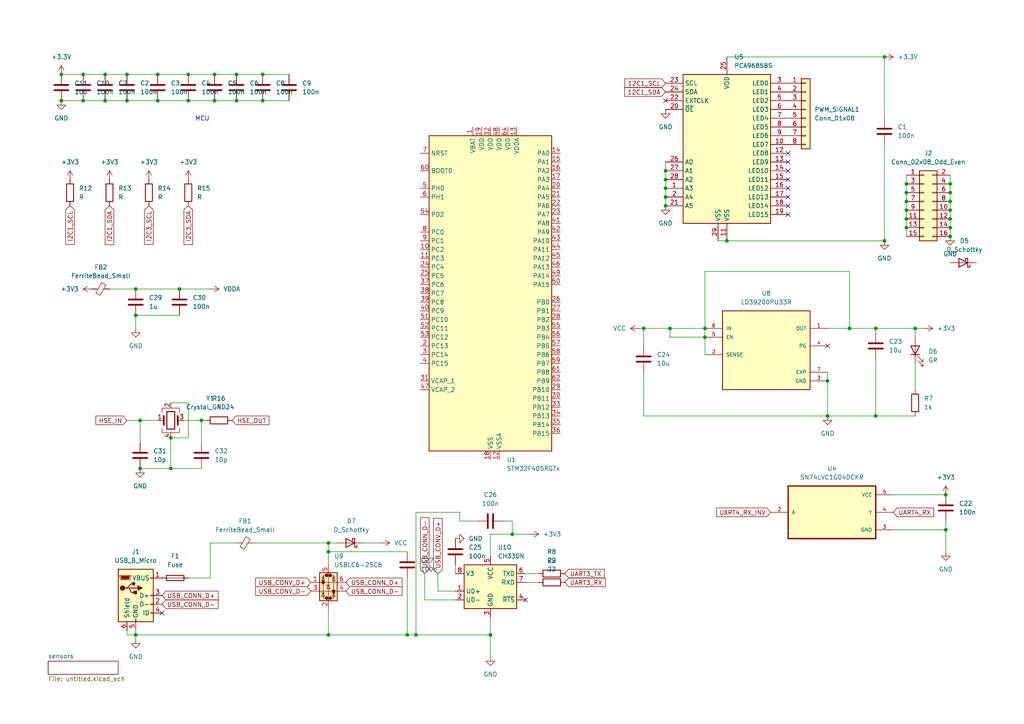
<source format=kicad_sch>
(kicad_sch (version 20250114) (generator "eeschema") (generator_version "9.0")
  (paper "A4")
  (lib_symbols
    (symbol "Connector:USB_B_Micro" (pin_names (offset 1.016))
      (property "Reference" "J" (at -5.08 11.43 0))
      (property "Value" "USB_B_Micro" (at -5.08 8.89 0))
      (symbol "USB_B_Micro_1_1"
        (pin passive line (at -2.54 -10.16 90) (length 2.54) (name "Shield") (number "6"))
        (pin power_out line (at 0 -10.16 90) (length 2.54) (name "GND") (number "5"))
        (pin power_out line (at 7.62 5.08 180) (length 2.54) (name "VBUS") (number "1"))
        (pin bidirectional line (at 7.62 0 180) (length 2.54) (name "D+") (number "3"))
        (pin bidirectional line (at 7.62 -2.54 180) (length 2.54) (name "D-") (number "2"))
        (pin passive line (at 7.62 -5.08 180) (length 2.54) (name "ID") (number "4"))
      )
    )
    (symbol "Connector_Generic:Conn_01x08" (pin_names (offset 1.016) (hide yes))
      (property "Reference" "J" (at 0 10.16 0))
      (property "Value" "Conn_01x08" (at 0 -12.7 0))
      (symbol "Conn_01x08_1_1"
        (pin passive line (at -5.08 7.62 0) (length 3.81) (name "Pin_1") (number "1"))
        (pin passive line (at -5.08 5.08 0) (length 3.81) (name "Pin_2") (number "2"))
        (pin passive line (at -5.08 2.54 0) (length 3.81) (name "Pin_3") (number "3"))
        (pin passive line (at -5.08 0 0) (length 3.81) (name "Pin_4") (number "4"))
        (pin passive line (at -5.08 -2.54 0) (length 3.81) (name "Pin_5") (number "5"))
        (pin passive line (at -5.08 -5.08 0) (length 3.81) (name "Pin_6") (number "6"))
        (pin passive line (at -5.08 -7.62 0) (length 3.81) (name "Pin_7") (number "7"))
        (pin passive line (at -5.08 -10.16 0) (length 3.81) (name "Pin_8") (number "8"))
      )
    )
    (symbol "Connector_Generic:Conn_02x08_Odd_Even" (pin_names (offset 1.016) (hide yes))
      (property "Reference" "J" (at 1.27 10.16 0))
      (property "Value" "Conn_02x08_Odd_Even" (at 1.27 -12.7 0))
      (symbol "Conn_02x08_Odd_Even_1_1"
        (pin passive line (at -5.08 7.62 0) (length 3.81) (name "Pin_1") (number "1"))
        (pin passive line (at -5.08 5.08 0) (length 3.81) (name "Pin_3") (number "3"))
        (pin passive line (at -5.08 2.54 0) (length 3.81) (name "Pin_5") (number "5"))
        (pin passive line (at -5.08 0 0) (length 3.81) (name "Pin_7") (number "7"))
        (pin passive line (at -5.08 -2.54 0) (length 3.81) (name "Pin_9") (number "9"))
        (pin passive line (at -5.08 -5.08 0) (length 3.81) (name "Pin_11") (number "11"))
        (pin passive line (at -5.08 -7.62 0) (length 3.81) (name "Pin_13") (number "13"))
        (pin passive line (at -5.08 -10.16 0) (length 3.81) (name "Pin_15") (number "15"))
        (pin passive line (at 7.62 7.62 180) (length 3.81) (name "Pin_2") (number "2"))
        (pin passive line (at 7.62 5.08 180) (length 3.81) (name "Pin_4") (number "4"))
        (pin passive line (at 7.62 2.54 180) (length 3.81) (name "Pin_6") (number "6"))
        (pin passive line (at 7.62 0 180) (length 3.81) (name "Pin_8") (number "8"))
        (pin passive line (at 7.62 -2.54 180) (length 3.81) (name "Pin_10") (number "10"))
        (pin passive line (at 7.62 -5.08 180) (length 3.81) (name "Pin_12") (number "12"))
        (pin passive line (at 7.62 -7.62 180) (length 3.81) (name "Pin_14") (number "14"))
        (pin passive line (at 7.62 -10.16 180) (length 3.81) (name "Pin_16") (number "16"))
      )
    )
    (symbol "Device:C" (pin_numbers (hide yes)) (pin_names (offset 0.254))
      (property "Reference" "C" (at 0.635 2.54 0))
      (property "Value" "C" (at 0.635 -2.54 0))
      (symbol "C_1_1"
        (pin passive line (at 0 3.81 270) (length 2.794) (name "~") (number "1"))
        (pin passive line (at 0 -3.81 90) (length 2.794) (name "~") (number "2"))
      )
    )
    (symbol "Device:Crystal_GND24" (pin_names (offset 1.016) (hide yes))
      (property "Reference" "Y" (at 3.175 5.08 0))
      (property "Value" "Crystal_GND24" (at 3.175 3.175 0))
      (symbol "Crystal_GND24_1_1"
        (pin passive line (at -3.81 0 0) (length 1.27) (name "1") (number "1"))
        (pin passive line (at 0 5.08 270) (length 1.27) (name "2") (number "2"))
        (pin passive line (at 0 -5.08 90) (length 1.27) (name "4") (number "4"))
        (pin passive line (at 3.81 0 180) (length 1.27) (name "3") (number "3"))
      )
    )
    (symbol "Device:D_Schottky" (pin_numbers (hide yes)) (pin_names (offset 1.016) (hide yes))
      (property "Reference" "D" (at 0 2.54 0))
      (property "Value" "D_Schottky" (at 0 -2.54 0))
      (symbol "D_Schottky_1_1"
        (pin passive line (at -3.81 0 0) (length 2.54) (name "K") (number "1"))
        (pin passive line (at 3.81 0 180) (length 2.54) (name "A") (number "2"))
      )
    )
    (symbol "Device:FerriteBead_Small" (pin_numbers (hide yes)) (pin_names (offset 0))
      (property "Reference" "FB" (at 1.905 1.27 0))
      (property "Value" "FerriteBead_Small" (at 1.905 -1.27 0))
      (symbol "FerriteBead_Small_1_1"
        (pin passive line (at 0 2.54 270) (length 1.27) (name "~") (number "1"))
        (pin passive line (at 0 -2.54 90) (length 1.27) (name "~") (number "2"))
      )
    )
    (symbol "Device:Fuse" (pin_numbers (hide yes)) (pin_names (offset 0))
      (property "Reference" "F" (at 2.032 0 90))
      (property "Value" "Fuse" (at -1.905 0 90))
      (symbol "Fuse_1_1"
        (pin passive line (at 0 3.81 270) (length 1.27) (name "~") (number "1"))
        (pin passive line (at 0 -3.81 90) (length 1.27) (name "~") (number "2"))
      )
    )
    (symbol "Device:LED" (pin_numbers (hide yes)) (pin_names (offset 1.016) (hide yes))
      (property "Reference" "D" (at 0 2.54 0))
      (property "Value" "LED" (at 0 -2.54 0))
      (symbol "LED_1_1"
        (pin passive line (at -3.81 0 0) (length 2.54) (name "K") (number "1"))
        (pin passive line (at 3.81 0 180) (length 2.54) (name "A") (number "2"))
      )
    )
    (symbol "Device:R" (pin_numbers (hide yes)) (pin_names (offset 0))
      (property "Reference" "R" (at 2.032 0 90))
      (property "Value" "R" (at 0 0 90))
      (symbol "R_1_1"
        (pin passive line (at 0 3.81 270) (length 1.27) (name "~") (number "1"))
        (pin passive line (at 0 -3.81 90) (length 1.27) (name "~") (number "2"))
      )
    )
    (symbol "Driver_LED:PCA9685BS"
      (property "Reference" "U" (at -12.7 22.225 0))
      (property "Value" "PCA9685BS" (at 1.27 22.225 0))
      (symbol "PCA9685BS_1_1"
        (pin input line (at -17.78 17.78 0) (length 5.08) (name "SCL") (number "23"))
        (pin bidirectional line (at -17.78 15.24 0) (length 5.08) (name "SDA") (number "24"))
        (pin input line (at -17.78 12.7 0) (length 5.08) (name "EXTCLK") (number "22"))
        (pin input line (at -17.78 10.16 0) (length 5.08) (name "~{OE}") (number "20"))
        (pin input line (at -17.78 -5.08 0) (length 5.08) (name "A0") (number "26"))
        (pin input line (at -17.78 -7.62 0) (length 5.08) (name "A1") (number "27"))
        (pin input line (at -17.78 -10.16 0) (length 5.08) (name "A2") (number "28"))
        (pin input line (at -17.78 -12.7 0) (length 5.08) (name "A3") (number "1"))
        (pin input line (at -17.78 -15.24 0) (length 5.08) (name "A4") (number "2"))
        (pin input line (at -17.78 -17.78 0) (length 5.08) (name "A5") (number "21"))
        (pin power_in line (at -2.54 -27.94 90) (length 5.08) (name "VSS") (number "29"))
        (pin power_in line (at 0 25.4 270) (length 5.08) (name "VDD") (number "25"))
        (pin power_in line (at 0 -27.94 90) (length 5.08) (name "VSS") (number "11"))
        (pin output line (at 17.78 17.78 180) (length 5.08) (name "LED0") (number "3"))
        (pin output line (at 17.78 15.24 180) (length 5.08) (name "LED1") (number "4"))
        (pin output line (at 17.78 12.7 180) (length 5.08) (name "LED2") (number "5"))
        (pin output line (at 17.78 10.16 180) (length 5.08) (name "LED3") (number "6"))
        (pin output line (at 17.78 7.62 180) (length 5.08) (name "LED4") (number "7"))
        (pin output line (at 17.78 5.08 180) (length 5.08) (name "LED5") (number "8"))
        (pin output line (at 17.78 2.54 180) (length 5.08) (name "LED6") (number "9"))
        (pin output line (at 17.78 0 180) (length 5.08) (name "LED7") (number "10"))
        (pin output line (at 17.78 -2.54 180) (length 5.08) (name "LED8") (number "12"))
        (pin output line (at 17.78 -5.08 180) (length 5.08) (name "LED9") (number "13"))
        (pin output line (at 17.78 -7.62 180) (length 5.08) (name "LED10") (number "14"))
        (pin output line (at 17.78 -10.16 180) (length 5.08) (name "LED11") (number "15"))
        (pin output line (at 17.78 -12.7 180) (length 5.08) (name "LED12") (number "16"))
        (pin output line (at 17.78 -15.24 180) (length 5.08) (name "LED13") (number "17"))
        (pin output line (at 17.78 -17.78 180) (length 5.08) (name "LED14") (number "18"))
        (pin output line (at 17.78 -20.32 180) (length 5.08) (name "LED15") (number "19"))
      )
    )
    (symbol "Interface_USB:CH330N"
      (property "Reference" "U" (at -7.62 6.35 0))
      (property "Value" "CH330N" (at 7.62 6.35 0))
      (symbol "CH330N_1_1"
        (pin passive line (at -10.16 2.54 0) (length 2.54) (name "V3") (number "8"))
        (pin bidirectional line (at -10.16 -2.54 0) (length 2.54) (name "UD+") (number "1"))
        (pin bidirectional line (at -10.16 -5.08 0) (length 2.54) (name "UD-") (number "2"))
        (pin power_in line (at 0 7.62 270) (length 2.54) (name "VCC") (number "5"))
        (pin power_in line (at 0 -10.16 90) (length 2.54) (name "GND") (number "3"))
        (pin output line (at 10.16 2.54 180) (length 2.54) (name "TXD") (number "6"))
        (pin input line (at 10.16 0 180) (length 2.54) (name "RXD") (number "7"))
        (pin output line (at 10.16 -5.08 180) (length 2.54) (name "~{RTS}") (number "4"))
      )
    )
    (symbol "LD39200PU33R:LD39200PU33R" (pin_names (offset 1.016))
      (property "Reference" "U" (at -12.7 13.462 0))
      (property "Value" "LD39200PU33R" (at -12.7 -12.7 0))
      (symbol "LD39200PU33R_0_0"
        (pin input line (at -17.78 7.62 0) (length 5.08) (name "IN") (number "6"))
        (pin input line (at -17.78 5.08 0) (length 5.08) (name "EN") (number "5"))
        (pin input line (at -17.78 0 0) (length 5.08) (name "SENSE") (number "2"))
        (pin output line (at 17.78 7.62 180) (length 5.08) (name "OUT") (number "1"))
        (pin output line (at 17.78 2.54 180) (length 5.08) (name "PG") (number "4"))
        (pin power_in line (at 17.78 -5.08 180) (length 5.08) (name "EXP") (number "7"))
        (pin power_in line (at 17.78 -7.62 180) (length 5.08) (name "GND") (number "3"))
      )
    )
    (symbol "MCU_ST_STM32F4:STM32F405RGTx"
      (property "Reference" "U" (at -17.78 46.99 0))
      (property "Value" "STM32F405RGTx" (at 10.16 46.99 0))
      (symbol "STM32F405RGTx_1_1"
        (pin input line (at -20.32 40.64 0) (length 2.54) (name "NRST") (number "7"))
        (pin input line (at -20.32 35.56 0) (length 2.54) (name "BOOT0") (number "60"))
        (pin bidirectional line (at -20.32 30.48 0) (length 2.54) (name "PH0") (number "5"))
        (pin bidirectional line (at -20.32 27.94 0) (length 2.54) (name "PH1") (number "6"))
        (pin bidirectional line (at -20.32 22.86 0) (length 2.54) (name "PD2") (number "54"))
        (pin bidirectional line (at -20.32 17.78 0) (length 2.54) (name "PC0") (number "8"))
        (pin bidirectional line (at -20.32 15.24 0) (length 2.54) (name "PC1") (number "9"))
        (pin bidirectional line (at -20.32 12.7 0) (length 2.54) (name "PC2") (number "10"))
        (pin bidirectional line (at -20.32 10.16 0) (length 2.54) (name "PC3") (number "11"))
        (pin bidirectional line (at -20.32 7.62 0) (length 2.54) (name "PC4") (number "24"))
        (pin bidirectional line (at -20.32 5.08 0) (length 2.54) (name "PC5") (number "25"))
        (pin bidirectional line (at -20.32 2.54 0) (length 2.54) (name "PC6") (number "37"))
        (pin bidirectional line (at -20.32 0 0) (length 2.54) (name "PC7") (number "38"))
        (pin bidirectional line (at -20.32 -2.54 0) (length 2.54) (name "PC8") (number "39"))
        (pin bidirectional line (at -20.32 -5.08 0) (length 2.54) (name "PC9") (number "40"))
        (pin bidirectional line (at -20.32 -7.62 0) (length 2.54) (name "PC10") (number "51"))
        (pin bidirectional line (at -20.32 -10.16 0) (length 2.54) (name "PC11") (number "52"))
        (pin bidirectional line (at -20.32 -12.7 0) (length 2.54) (name "PC12") (number "53"))
        (pin bidirectional line (at -20.32 -15.24 0) (length 2.54) (name "PC13") (number "2"))
        (pin bidirectional line (at -20.32 -17.78 0) (length 2.54) (name "PC14") (number "3"))
        (pin bidirectional line (at -20.32 -20.32 0) (length 2.54) (name "PC15") (number "4"))
        (pin power_out line (at -20.32 -25.4 0) (length 2.54) (name "VCAP_1") (number "31"))
        (pin power_out line (at -20.32 -27.94 0) (length 2.54) (name "VCAP_2") (number "47"))
        (pin power_in line (at -5.08 48.26 270) (length 2.54) (name "VBAT") (number "1"))
        (pin power_in line (at -2.54 48.26 270) (length 2.54) (name "VDD") (number "19"))
        (pin power_in line (at 0 48.26 270) (length 2.54) (name "VDD") (number "32"))
        (pin power_in line (at 0 -48.26 90) (length 2.54) (name "VSS") (number "18"))
        (pin passive line (at 0 -48.26 90) (length 2.54) (hide yes) (name "VSS") (number "63"))
        (pin power_in line (at 2.54 48.26 270) (length 2.54) (name "VDD") (number "48"))
        (pin power_in line (at 2.54 -48.26 90) (length 2.54) (name "VSSA") (number "12"))
        (pin power_in line (at 5.08 48.26 270) (length 2.54) (name "VDD") (number "64"))
        (pin power_in line (at 7.62 48.26 270) (length 2.54) (name "VDDA") (number "13"))
        (pin bidirectional line (at 20.32 40.64 180) (length 2.54) (name "PA0") (number "14"))
        (pin bidirectional line (at 20.32 38.1 180) (length 2.54) (name "PA1") (number "15"))
        (pin bidirectional line (at 20.32 35.56 180) (length 2.54) (name "PA2") (number "16"))
        (pin bidirectional line (at 20.32 33.02 180) (length 2.54) (name "PA3") (number "17"))
        (pin bidirectional line (at 20.32 30.48 180) (length 2.54) (name "PA4") (number "20"))
        (pin bidirectional line (at 20.32 27.94 180) (length 2.54) (name "PA5") (number "21"))
        (pin bidirectional line (at 20.32 25.4 180) (length 2.54) (name "PA6") (number "22"))
        (pin bidirectional line (at 20.32 22.86 180) (length 2.54) (name "PA7") (number "23"))
        (pin bidirectional line (at 20.32 20.32 180) (length 2.54) (name "PA8") (number "41"))
        (pin bidirectional line (at 20.32 17.78 180) (length 2.54) (name "PA9") (number "42"))
        (pin bidirectional line (at 20.32 15.24 180) (length 2.54) (name "PA10") (number "43"))
        (pin bidirectional line (at 20.32 12.7 180) (length 2.54) (name "PA11") (number "44"))
        (pin bidirectional line (at 20.32 10.16 180) (length 2.54) (name "PA12") (number "45"))
        (pin bidirectional line (at 20.32 7.62 180) (length 2.54) (name "PA13") (number "46"))
        (pin bidirectional line (at 20.32 5.08 180) (length 2.54) (name "PA14") (number "49"))
        (pin bidirectional line (at 20.32 2.54 180) (length 2.54) (name "PA15") (number "50"))
        (pin bidirectional line (at 20.32 -2.54 180) (length 2.54) (name "PB0") (number "26"))
        (pin bidirectional line (at 20.32 -5.08 180) (length 2.54) (name "PB1") (number "27"))
        (pin bidirectional line (at 20.32 -7.62 180) (length 2.54) (name "PB2") (number "28"))
        (pin bidirectional line (at 20.32 -10.16 180) (length 2.54) (name "PB3") (number "55"))
        (pin bidirectional line (at 20.32 -12.7 180) (length 2.54) (name "PB4") (number "56"))
        (pin bidirectional line (at 20.32 -15.24 180) (length 2.54) (name "PB5") (number "57"))
        (pin bidirectional line (at 20.32 -17.78 180) (length 2.54) (name "PB6") (number "58"))
        (pin bidirectional line (at 20.32 -20.32 180) (length 2.54) (name "PB7") (number "59"))
        (pin bidirectional line (at 20.32 -22.86 180) (length 2.54) (name "PB8") (number "61"))
        (pin bidirectional line (at 20.32 -25.4 180) (length 2.54) (name "PB9") (number "62"))
        (pin bidirectional line (at 20.32 -27.94 180) (length 2.54) (name "PB10") (number "29"))
        (pin bidirectional line (at 20.32 -30.48 180) (length 2.54) (name "PB11") (number "30"))
        (pin bidirectional line (at 20.32 -33.02 180) (length 2.54) (name "PB12") (number "33"))
        (pin bidirectional line (at 20.32 -35.56 180) (length 2.54) (name "PB13") (number "34"))
        (pin bidirectional line (at 20.32 -38.1 180) (length 2.54) (name "PB14") (number "35"))
        (pin bidirectional line (at 20.32 -40.64 180) (length 2.54) (name "PB15") (number "36"))
      )
    )
    (symbol "Power_Protection:USBLC6-2SC6" (pin_names (hide yes))
      (property "Reference" "U" (at 0.635 5.715 0))
      (property "Value" "USBLC6-2SC6" (at 0.635 3.81 0))
      (symbol "USBLC6-2SC6_1_1"
        (pin passive line (at -5.08 0 0) (length 2.54) (name "I/O1") (number "1"))
        (pin passive line (at -5.08 -2.54 0) (length 2.54) (name "I/O2") (number "3"))
        (pin passive line (at 0 5.08 270) (length 2.54) (name "VBUS") (number "5"))
        (pin passive line (at 0 -7.62 90) (length 2.54) (name "GND") (number "2"))
        (pin passive line (at 5.08 0 180) (length 2.54) (name "I/O1") (number "6"))
        (pin passive line (at 5.08 -2.54 180) (length 2.54) (name "I/O2") (number "4"))
      )
    )
    (symbol "SN74LVC1G04DCKR:SN74LVC1G04DCKR" (pin_names (offset 1.016))
      (property "Reference" "U" (at -12.7 8.62 0))
      (property "Value" "SN74LVC1G04DCKR" (at -12.7 -11.62 0))
      (symbol "SN74LVC1G04DCKR_0_0"
        (pin input line (at -17.78 0 0) (length 5.08) (name "A") (number "2"))
        (pin power_in line (at 17.78 5.08 180) (length 5.08) (name "VCC") (number "5"))
        (pin output line (at 17.78 0 180) (length 5.08) (name "Y") (number "4"))
        (pin power_in line (at 17.78 -5.08 180) (length 5.08) (name "GND") (number "3"))
      )
    )
    (symbol "power:+3.3V" (power) (pin_numbers (hide yes)) (pin_names (offset 0) (hide yes))
      (property "Value" "+3.3V" (at 0 3.556 0))
      (symbol "+3.3V_1_1"
        (pin power_in line (at 0 0 90) (length 0) (name "~") (number "1"))
      )
    )
    (symbol "power:+3V3" (power) (pin_numbers (hide yes)) (pin_names (offset 0) (hide yes))
      (property "Value" "+3V3" (at 0 3.556 0))
      (symbol "+3V3_1_1"
        (pin power_in line (at 0 0 90) (length 0) (name "~") (number "1"))
      )
    )
    (symbol "power:GND" (power) (pin_numbers (hide yes)) (pin_names (offset 0) (hide yes))
      (property "Value" "GND" (at 0 -3.81 0))
      (symbol "GND_1_1"
        (pin power_in line (at 0 0 270) (length 0) (name "~") (number "1"))
      )
    )
    (symbol "power:VCC" (power) (pin_numbers (hide yes)) (pin_names (offset 0) (hide yes))
      (property "Value" "VCC" (at 0 3.556 0))
      (symbol "VCC_1_1"
        (pin power_in line (at 0 0 90) (length 0) (name "~") (number "1"))
      )
    )
    (symbol "power:VDDA" (power) (pin_numbers (hide yes)) (pin_names (offset 0) (hide yes))
      (property "Value" "VDDA" (at 0 3.556 0))
      (symbol "VDDA_1_1"
        (pin power_in line (at 0 0 90) (length 0) (name "~") (number "1"))
      )
    )
  )
  (text "MCU\n" (at 58.674 34.544 0) (effects (font (size 1.27 1.27))))
  (junction (at 262.89 53.34))
  (junction (at 262.89 66.04))
  (junction (at 254 120.65))
  (junction (at 62.23 29.21))
  (junction (at 193.04 59.69))
  (junction (at 17.78 21.59))
  (junction (at 262.89 55.88))
  (junction (at 30.48 21.59))
  (junction (at 193.04 54.61))
  (junction (at 275.59 66.04))
  (junction (at 186.69 95.25))
  (junction (at 58.42 121.92))
  (junction (at 204.47 95.25))
  (junction (at 204.47 97.79))
  (junction (at 275.59 58.42))
  (junction (at 262.89 63.5))
  (junction (at 256.54 69.85))
  (junction (at 62.23 21.59))
  (junction (at 240.03 110.49))
  (junction (at 240.03 120.65))
  (junction (at 118.11 184.15))
  (junction (at 274.32 153.67))
  (junction (at 36.83 21.59))
  (junction (at 68.58 21.59))
  (junction (at 275.59 53.34))
  (junction (at 95.25 160.02))
  (junction (at 275.59 55.88))
  (junction (at 274.32 143.51))
  (junction (at 193.04 49.53))
  (junction (at 54.61 29.21))
  (junction (at 45.72 21.59))
  (junction (at 40.64 121.92))
  (junction (at 246.38 95.25))
  (junction (at 39.37 184.15))
  (junction (at 39.37 83.82))
  (junction (at 95.25 184.15))
  (junction (at 17.78 29.21))
  (junction (at 68.58 29.21))
  (junction (at 193.04 52.07))
  (junction (at 275.59 68.58))
  (junction (at 30.48 29.21))
  (junction (at 76.2 21.59))
  (junction (at 142.24 184.15))
  (junction (at 76.2 29.21))
  (junction (at 52.07 83.82))
  (junction (at 193.04 57.15))
  (junction (at 36.83 29.21))
  (junction (at 148.59 154.94))
  (junction (at 95.25 157.48))
  (junction (at 194.31 95.25))
  (junction (at 275.59 60.96))
  (junction (at 45.72 29.21))
  (junction (at 275.59 63.5))
  (junction (at 54.61 21.59))
  (junction (at 262.89 60.96))
  (junction (at 210.82 69.85))
  (junction (at 120.65 184.15))
  (junction (at 256.54 16.51))
  (junction (at 265.43 95.25))
  (junction (at 254 95.25))
  (junction (at 49.53 135.89))
  (junction (at 39.37 91.44))
  (junction (at 262.89 58.42))
  (junction (at 40.64 135.89))
  (junction (at 24.13 29.21))
  (junction (at 24.13 21.59))
  (junction (at 49.53 127))
  (no_connect (at 228.6 62.23))
  (no_connect (at 228.6 59.69))
  (no_connect (at 228.6 52.07))
  (no_connect (at 228.6 54.61))
  (no_connect (at 228.6 46.99))
  (no_connect (at 228.6 57.15))
  (no_connect (at 228.6 49.53))
  (no_connect (at 46.99 177.8))
  (no_connect (at 228.6 44.45))
  (no_connect (at 152.4 173.99))
  (no_connect (at 240.03 100.33))
  (no_connect (at 193.04 29.21))
  (wire (pts (xy 17.78 21.59) (xy 24.13 21.59)))
  (wire (pts (xy 240.03 110.49) (xy 240.03 120.65)))
  (wire (pts (xy 49.53 116.84) (xy 54.61 116.84)))
  (wire (pts (xy 49.53 127) (xy 49.53 135.89)))
  (wire (pts (xy 254 95.25) (xy 265.43 95.25)))
  (wire (pts (xy 210.82 69.85) (xy 256.54 69.85)))
  (wire (pts (xy 45.72 29.21) (xy 54.61 29.21)))
  (wire (pts (xy 246.38 78.74) (xy 246.38 95.25)))
  (wire (pts (xy 186.69 95.25) (xy 186.69 100.33)))
  (wire (pts (xy 275.59 58.42) (xy 275.59 60.96)))
  (wire (pts (xy 240.03 95.25) (xy 246.38 95.25)))
  (wire (pts (xy 17.78 29.21) (xy 24.13 29.21)))
  (wire (pts (xy 240.03 107.95) (xy 240.03 110.49)))
  (wire (pts (xy 186.69 107.95) (xy 186.69 120.65)))
  (wire (pts (xy 204.47 97.79) (xy 194.31 97.79)))
  (wire (pts (xy 275.59 55.88) (xy 275.59 58.42)))
  (wire (pts (xy 95.25 160.02) (xy 95.25 163.83)))
  (wire (pts (xy 193.04 46.99) (xy 193.04 49.53)))
  (wire (pts (xy 265.43 95.25) (xy 267.97 95.25)))
  (wire (pts (xy 68.58 21.59) (xy 76.2 21.59)))
  (wire (pts (xy 52.07 83.82) (xy 60.96 83.82)))
  (wire (pts (xy 193.04 54.61) (xy 193.04 57.15)))
  (wire (pts (xy 142.24 161.29) (xy 142.24 154.94)))
  (wire (pts (xy 256.54 34.29) (xy 256.54 16.51)))
  (wire (pts (xy 138.43 151.13) (xy 133.35 151.13)))
  (wire (pts (xy 68.58 29.21) (xy 76.2 29.21)))
  (wire (pts (xy 152.4 168.91) (xy 156.21 168.91)))
  (wire (pts (xy 185.42 95.25) (xy 186.69 95.25)))
  (wire (pts (xy 148.59 151.13) (xy 148.59 154.94)))
  (wire (pts (xy 275.59 53.34) (xy 275.59 55.88)))
  (wire (pts (xy 39.37 91.44) (xy 39.37 95.25)))
  (wire (pts (xy 186.69 120.65) (xy 240.03 120.65)))
  (wire (pts (xy 24.13 29.21) (xy 30.48 29.21)))
  (wire (pts (xy 262.89 58.42) (xy 262.89 60.96)))
  (wire (pts (xy 30.48 21.59) (xy 36.83 21.59)))
  (wire (pts (xy 204.47 102.87) (xy 204.47 97.79)))
  (wire (pts (xy 30.48 29.21) (xy 36.83 29.21)))
  (wire (pts (xy 54.61 127) (xy 49.53 127)))
  (wire (pts (xy 62.23 29.21) (xy 68.58 29.21)))
  (wire (pts (xy 39.37 182.88) (xy 39.37 184.15)))
  (wire (pts (xy 58.42 121.92) (xy 58.42 128.27)))
  (wire (pts (xy 123.19 173.99) (xy 123.19 166.37)))
  (wire (pts (xy 36.83 29.21) (xy 45.72 29.21)))
  (wire (pts (xy 36.83 121.92) (xy 40.64 121.92)))
  (wire (pts (xy 132.08 171.45) (xy 127 171.45)))
  (wire (pts (xy 60.96 167.64) (xy 60.96 157.48)))
  (wire (pts (xy 262.89 63.5) (xy 262.89 66.04)))
  (wire (pts (xy 262.89 60.96) (xy 262.89 63.5)))
  (wire (pts (xy 39.37 83.82) (xy 52.07 83.82)))
  (wire (pts (xy 256.54 69.85) (xy 256.54 41.91)))
  (wire (pts (xy 36.83 182.88) (xy 36.83 184.15)))
  (wire (pts (xy 40.64 135.89) (xy 49.53 135.89)))
  (wire (pts (xy 208.28 69.85) (xy 210.82 69.85)))
  (wire (pts (xy 95.25 157.48) (xy 97.79 157.48)))
  (wire (pts (xy 152.4 166.37) (xy 156.21 166.37)))
  (wire (pts (xy 53.34 121.92) (xy 58.42 121.92)))
  (wire (pts (xy 39.37 184.15) (xy 39.37 185.42)))
  (wire (pts (xy 194.31 97.79) (xy 194.31 95.25)))
  (wire (pts (xy 45.72 21.59) (xy 54.61 21.59)))
  (wire (pts (xy 193.04 52.07) (xy 193.04 54.61)))
  (wire (pts (xy 36.83 184.15) (xy 39.37 184.15)))
  (wire (pts (xy 262.89 50.8) (xy 262.89 53.34)))
  (wire (pts (xy 76.2 29.21) (xy 83.82 29.21)))
  (wire (pts (xy 40.64 121.92) (xy 40.64 128.27)))
  (wire (pts (xy 120.65 148.59) (xy 120.65 184.15)))
  (wire (pts (xy 246.38 95.25) (xy 254 95.25)))
  (wire (pts (xy 256.54 16.51) (xy 210.82 16.51)))
  (wire (pts (xy 142.24 154.94) (xy 148.59 154.94)))
  (wire (pts (xy 146.05 151.13) (xy 148.59 151.13)))
  (wire (pts (xy 254 120.65) (xy 265.43 120.65)))
  (wire (pts (xy 275.59 60.96) (xy 275.59 63.5)))
  (wire (pts (xy 133.35 148.59) (xy 120.65 148.59)))
  (wire (pts (xy 142.24 179.07) (xy 142.24 184.15)))
  (wire (pts (xy 186.69 95.25) (xy 194.31 95.25)))
  (wire (pts (xy 132.08 173.99) (xy 123.19 173.99)))
  (wire (pts (xy 240.03 120.65) (xy 254 120.65)))
  (wire (pts (xy 262.89 66.04) (xy 262.89 68.58)))
  (wire (pts (xy 127 171.45) (xy 127 166.37)))
  (wire (pts (xy 148.59 154.94) (xy 153.67 154.94)))
  (wire (pts (xy 39.37 184.15) (xy 95.25 184.15)))
  (wire (pts (xy 39.37 91.44) (xy 52.07 91.44)))
  (wire (pts (xy 265.43 105.41) (xy 265.43 113.03)))
  (wire (pts (xy 194.31 95.25) (xy 204.47 95.25)))
  (wire (pts (xy 120.65 184.15) (xy 142.24 184.15)))
  (wire (pts (xy 54.61 116.84) (xy 54.61 127)))
  (wire (pts (xy 118.11 167.64) (xy 118.11 184.15)))
  (wire (pts (xy 132.08 163.83) (xy 132.08 166.37)))
  (wire (pts (xy 76.2 21.59) (xy 83.82 21.59)))
  (wire (pts (xy 118.11 184.15) (xy 120.65 184.15)))
  (wire (pts (xy 274.32 151.13) (xy 274.32 153.67)))
  (wire (pts (xy 49.53 135.89) (xy 58.42 135.89)))
  (wire (pts (xy 95.25 176.53) (xy 95.25 184.15)))
  (wire (pts (xy 265.43 95.25) (xy 265.43 97.79)))
  (wire (pts (xy 275.59 66.04) (xy 275.59 68.58)))
  (wire (pts (xy 95.25 184.15) (xy 118.11 184.15)))
  (wire (pts (xy 193.04 57.15) (xy 193.04 59.69)))
  (wire (pts (xy 259.08 143.51) (xy 274.32 143.51)))
  (wire (pts (xy 54.61 167.64) (xy 60.96 167.64)))
  (wire (pts (xy 54.61 29.21) (xy 62.23 29.21)))
  (wire (pts (xy 193.04 49.53) (xy 193.04 52.07)))
  (wire (pts (xy 274.32 153.67) (xy 274.32 160.02)))
  (wire (pts (xy 142.24 184.15) (xy 142.24 190.5)))
  (wire (pts (xy 24.13 21.59) (xy 30.48 21.59)))
  (wire (pts (xy 60.96 157.48) (xy 68.58 157.48)))
  (wire (pts (xy 259.08 153.67) (xy 274.32 153.67)))
  (wire (pts (xy 275.59 50.8) (xy 275.59 53.34)))
  (wire (pts (xy 254 120.65) (xy 254 104.14)))
  (wire (pts (xy 58.42 121.92) (xy 59.69 121.92)))
  (wire (pts (xy 36.83 21.59) (xy 45.72 21.59)))
  (wire (pts (xy 62.23 21.59) (xy 68.58 21.59)))
  (wire (pts (xy 31.75 83.82) (xy 39.37 83.82)))
  (wire (pts (xy 105.41 157.48) (xy 110.49 157.48)))
  (wire (pts (xy 262.89 55.88) (xy 262.89 58.42)))
  (wire (pts (xy 204.47 95.25) (xy 204.47 78.74)))
  (wire (pts (xy 73.66 157.48) (xy 95.25 157.48)))
  (wire (pts (xy 254 95.25) (xy 254 96.52)))
  (wire (pts (xy 95.25 157.48) (xy 95.25 160.02)))
  (wire (pts (xy 133.35 151.13) (xy 133.35 148.59)))
  (wire (pts (xy 54.61 21.59) (xy 62.23 21.59)))
  (wire (pts (xy 275.59 63.5) (xy 275.59 66.04)))
  (wire (pts (xy 262.89 53.34) (xy 262.89 55.88)))
  (wire (pts (xy 95.25 160.02) (xy 118.11 160.02)))
  (wire (pts (xy 204.47 97.79) (xy 204.47 95.25)))
  (wire (pts (xy 204.47 78.74) (xy 246.38 78.74)))
  (wire (pts (xy 40.64 121.92) (xy 45.72 121.92)))
  (global_label "12C1_SDA" (shape input) (at 193.04 26.67 180) (property "Intersheetrefs" "${INTERSHEET_REFS}" (effects (hide yes))))
  (global_label "UART3_RX" (shape input) (at 163.83 168.91 0) (property "Intersheetrefs" "${INTERSHEET_REFS}" (effects (hide yes))))
  (global_label "I2C1_SDA" (shape input) (at 31.75 59.69 270) (property "Intersheetrefs" "${INTERSHEET_REFS}" (effects (hide yes))))
  (global_label "USB_CONN_D+" (shape input) (at 46.99 172.72 0) (property "Intersheetrefs" "${INTERSHEET_REFS}" (effects (hide yes))))
  (global_label "USB_CONV_D+" (shape input) (at 90.17 168.91 180) (property "Intersheetrefs" "${INTERSHEET_REFS}" (effects (hide yes))))
  (global_label "USB_CONV_D+" (shape input) (at 127 166.37 90) (property "Intersheetrefs" "${INTERSHEET_REFS}" (effects (hide yes))))
  (global_label "USB_CONN_D-" (shape input) (at 123.19 166.37 90) (property "Intersheetrefs" "${INTERSHEET_REFS}" (effects (hide yes))))
  (global_label "USB_CONN_D-" (shape input) (at 100.33 171.45 0) (property "Intersheetrefs" "${INTERSHEET_REFS}" (effects (hide yes))))
  (global_label "UART4_RX_INV" (shape input) (at 223.52 148.59 180) (property "Intersheetrefs" "${INTERSHEET_REFS}" (effects (hide yes))))
  (global_label "USB_CONN_D+" (shape input) (at 100.33 168.91 0) (property "Intersheetrefs" "${INTERSHEET_REFS}" (effects (hide yes))))
  (global_label "HSE_OUT" (shape input) (at 67.31 121.92 0) (property "Intersheetrefs" "${INTERSHEET_REFS}" (effects (hide yes))))
  (global_label "HSE_IN" (shape input) (at 36.83 121.92 180) (property "Intersheetrefs" "${INTERSHEET_REFS}" (effects (hide yes))))
  (global_label "UART4_RX" (shape input) (at 259.08 148.59 0) (property "Intersheetrefs" "${INTERSHEET_REFS}" (effects (hide yes))))
  (global_label "I2C1_SCL" (shape input) (at 20.32 59.69 270) (property "Intersheetrefs" "${INTERSHEET_REFS}" (effects (hide yes))))
  (global_label "I2C3_SDA" (shape input) (at 54.61 59.69 270) (property "Intersheetrefs" "${INTERSHEET_REFS}" (effects (hide yes))))
  (global_label "12C1_SCL" (shape input) (at 193.04 24.13 180) (property "Intersheetrefs" "${INTERSHEET_REFS}" (effects (hide yes))))
  (global_label "UART3_TX" (shape input) (at 163.83 166.37 0) (property "Intersheetrefs" "${INTERSHEET_REFS}" (effects (hide yes))))
  (global_label "USB_CONV_D-" (shape input) (at 90.17 171.45 180) (property "Intersheetrefs" "${INTERSHEET_REFS}" (effects (hide yes))))
  (global_label "I2C3_SCL" (shape input) (at 43.18 59.69 270) (property "Intersheetrefs" "${INTERSHEET_REFS}" (effects (hide yes))))
  (global_label "USB_CONN_D-" (shape input) (at 46.99 175.26 0) (property "Intersheetrefs" "${INTERSHEET_REFS}" (effects (hide yes))))
  (symbol (lib_id "Device:LED") (at 265.43 101.6 90) (unit 1)
    (property "Reference" "D6" (at 269.24 101.9174 90) (effects (justify right)))
    (property "Value" "GR" (at 269.24 104.4574 90) (effects (justify right)))
    (property "Description" "Light emitting diode" (effects (hide yes)))
    (property "Sim.Pins" "1=K 2=A" (effects (hide yes)))
  )
  (symbol (lib_id "power:+3V3") (at 31.75 52.07 0) (unit 1)
    (property "Reference" "#PWR060" (effects (hide yes)))
    (property "Value" "+3V3" (at 31.75 46.99 0))
    (property "Description" "Power symbol creates a global label with name \"+3V3\"" (effects (hide yes)))
  )
  (symbol (lib_id "MCU_ST_STM32F4:STM32F405RGTx") (at 142.24 85.09 0) (unit 1)
    (property "Reference" "U1" (at 146.9233 133.35 0) (effects (justify left)))
    (property "Value" "STM32F405RGTx" (at 146.9233 135.89 0) (effects (justify left)))
    (property "Footprint" "Package_QFP:LQFP-64_10x10mm_P0.5mm" (effects (hide yes)))
    (property "Datasheet" "https://www.st.com/resource/en/datasheet/stm32f405rg.pdf" (effects (hide yes)))
    (property "Description" "STMicroelectronics Arm Cortex-M4 MCU, 1024KB flash, 192KB RAM, 168 MHz, 1.8-3.6V, 51 GPIO, LQFP64" (effects (hide yes)))
  )
  (symbol (lib_id "Device:C") (at 118.11 163.83 0) (unit 1)
    (property "Reference" "C27" (at 121.92 162.5599 0) (effects (justify left)))
    (property "Value" "100n" (at 121.92 165.0999 0) (effects (justify left)))
    (property "Description" "Unpolarized capacitor" (effects (hide yes)))
  )
  (symbol (lib_id "power:+3V3") (at 267.97 95.25 270) (unit 1)
    (property "Reference" "#PWR032" (effects (hide yes)))
    (property "Value" "+3V3" (at 271.78 95.2499 90) (effects (justify left)))
    (property "Description" "Power symbol creates a global label with name \"+3V3\"" (effects (hide yes)))
  )
  (symbol (lib_id "Connector_Generic:Conn_01x08") (at 233.68 31.75 0) (unit 1)
    (property "Reference" "PWM_SIGNAL1" (at 236.22 31.7499 0) (effects (justify left)))
    (property "Value" "Conn_01x08" (at 236.22 34.2899 0) (effects (justify left)))
    (property "Description" "Generic connector, single row, 01x08, script generated (kicad-library-utils/schlib/autogen/connector/)" (effects (hide yes)))
  )
  (symbol (lib_id "Device:R") (at 43.18 55.88 0) (unit 1)
    (property "Reference" "R14" (at 45.72 54.6099 0) (effects (justify left)))
    (property "Value" "R" (at 45.72 57.1499 0) (effects (justify left)))
    (property "Description" "Resistor" (effects (hide yes)))
  )
  (symbol (lib_id "power:VCC") (at 185.42 95.25 90) (unit 1)
    (property "Reference" "#PWR031" (effects (hide yes)))
    (property "Value" "VCC" (at 181.61 95.2499 90) (effects (justify left)))
    (property "Description" "Power symbol creates a global label with name \"VCC\"" (effects (hide yes)))
  )
  (symbol (lib_id "power:GND") (at 132.08 156.21 90) (unit 1)
    (property "Reference" "#PWR035" (effects (hide yes)))
    (property "Value" "GND" (at 135.89 156.2099 90) (effects (justify right)))
    (property "Description" "Power symbol creates a global label with name \"GND\" , ground" (effects (hide yes)))
  )
  (symbol (lib_id "Device:C") (at 254 100.33 0) (unit 1)
    (property "Reference" "C23" (at 257.81 99.0599 0) (effects (justify left)))
    (property "Value" "10u" (at 257.81 101.5999 0) (effects (justify left)))
    (property "Description" "Unpolarized capacitor" (effects (hide yes)))
  )
  (symbol (lib_id "power:+3V3") (at 274.32 143.51 0) (unit 1)
    (property "Reference" "#PWR030" (effects (hide yes)))
    (property "Value" "+3V3" (at 274.32 138.43 0))
    (property "Description" "Power symbol creates a global label with name \"+3V3\"" (effects (hide yes)))
  )
  (symbol (lib_id "Device:C") (at 24.13 25.4 0) (unit 1)
    (property "Reference" "C10" (at 27.94 24.1299 0) (effects (justify left)))
    (property "Value" "100n" (at 27.94 26.6699 0) (effects (justify left)))
    (property "Description" "Unpolarized capacitor" (effects (hide yes)))
  )
  (symbol (lib_id "power:GND") (at 274.32 160.02 0) (unit 1)
    (property "Reference" "#PWR029" (effects (hide yes)))
    (property "Value" "GND" (at 274.32 165.1 0))
    (property "Description" "Power symbol creates a global label with name \"GND\" , ground" (effects (hide yes)))
  )
  (symbol (lib_id "Driver_LED:PCA9685BS") (at 210.82 41.91 0) (unit 1)
    (property "Reference" "U5" (at 212.9633 16.51 0) (effects (justify left)))
    (property "Value" "PCA9685BS" (at 212.9633 19.05 0) (effects (justify left)))
    (property "Footprint" "Package_DFN_QFN:QFN-28-1EP_6x6mm_P0.65mm_EP4.25x4.25mm" (effects (hide yes)))
    (property "Datasheet" "http://www.nxp.com/docs/en/data-sheet/PCA9685.pdf" (effects (hide yes)))
    (property "Description" "16-channel 12-bit PWM Fm+ I2C-bus LED controller RGBA QFN" (effects (hide yes)))
  )
  (symbol (lib_id "Connector_Generic:Conn_02x08_Odd_Even") (at 267.97 58.42 0) (unit 1)
    (property "Reference" "J2" (at 269.24 44.45 0))
    (property "Value" "Conn_02x08_Odd_Even" (at 269.24 46.99 0))
    (property "Description" "Generic connector, double row, 02x08, odd/even pin numbering scheme (row 1 odd numbers, row 2 even numbers), script generated (kicad-library-utils/schlib/autogen/connector/)" (effects (hide yes)))
  )
  (symbol (lib_id "Device:C") (at 36.83 25.4 0) (unit 1)
    (property "Reference" "C2" (at 40.64 24.1299 0) (effects (justify left)))
    (property "Value" "100n" (at 40.64 26.6699 0) (effects (justify left)))
    (property "Description" "Unpolarized capacitor" (effects (hide yes)))
  )
  (symbol (lib_id "Device:C") (at 76.2 25.4 0) (unit 1)
    (property "Reference" "C8" (at 80.01 24.1299 0) (effects (justify left)))
    (property "Value" "100n" (at 80.01 26.6699 0) (effects (justify left)))
    (property "Description" "Unpolarized capacitor" (effects (hide yes)))
  )
  (symbol (lib_id "Device:R") (at 31.75 55.88 0) (unit 1)
    (property "Reference" "R13" (at 34.29 54.6099 0) (effects (justify left)))
    (property "Value" "R" (at 34.29 57.1499 0) (effects (justify left)))
    (property "Description" "Resistor" (effects (hide yes)))
  )
  (symbol (lib_id "Device:R") (at 160.02 168.91 90) (unit 1)
    (property "Reference" "R9" (at 160.02 162.56 90))
    (property "Value" "22" (at 160.02 165.1 90))
    (property "Description" "Resistor" (effects (hide yes)))
  )
  (symbol (lib_id "Device:R") (at 20.32 55.88 0) (unit 1)
    (property "Reference" "R12" (at 22.86 54.6099 0) (effects (justify left)))
    (property "Value" "R" (at 22.86 57.1499 0) (effects (justify left)))
    (property "Description" "Resistor" (effects (hide yes)))
  )
  (symbol (lib_id "power:VDDA") (at 60.96 83.82 270) (unit 1)
    (property "Reference" "#PWR064" (effects (hide yes)))
    (property "Value" "VDDA" (at 64.77 83.8199 90) (effects (justify left)))
    (property "Description" "Power symbol creates a global label with name \"VDDA\"" (effects (hide yes)))
  )
  (symbol (lib_id "power:+3V3") (at 43.18 52.07 0) (unit 1)
    (property "Reference" "#PWR061" (effects (hide yes)))
    (property "Value" "+3V3" (at 43.18 46.99 0))
    (property "Description" "Power symbol creates a global label with name \"+3V3\"" (effects (hide yes)))
  )
  (symbol (lib_id "power:GND") (at 256.54 69.85 0) (unit 1)
    (property "Reference" "#PWR012" (effects (hide yes)))
    (property "Value" "GND" (at 256.54 74.93 0))
    (property "Description" "Power symbol creates a global label with name \"GND\" , ground" (effects (hide yes)))
  )
  (symbol (lib_id "power:GND") (at 40.64 135.89 0) (unit 1)
    (property "Reference" "#PWR066" (effects (hide yes)))
    (property "Value" "GND" (at 40.64 140.97 0))
    (property "Description" "Power symbol creates a global label with name \"GND\" , ground" (effects (hide yes)))
  )
  (symbol (lib_id "Device:R") (at 54.61 55.88 0) (unit 1)
    (property "Reference" "R15" (at 57.15 54.6099 0) (effects (justify left)))
    (property "Value" "R" (at 57.15 57.1499 0) (effects (justify left)))
    (property "Description" "Resistor" (effects (hide yes)))
  )
  (symbol (lib_id "power:+3V3") (at 54.61 52.07 0) (unit 1)
    (property "Reference" "#PWR062" (effects (hide yes)))
    (property "Value" "+3V3" (at 54.61 46.99 0))
    (property "Description" "Power symbol creates a global label with name \"+3V3\"" (effects (hide yes)))
  )
  (symbol (lib_id "Device:C") (at 17.78 25.4 0) (unit 1)
    (property "Reference" "C11" (at 21.59 24.1299 0) (effects (justify left)))
    (property "Value" "10u" (at 21.59 26.6699 0) (effects (justify left)))
    (property "Description" "Unpolarized capacitor" (effects (hide yes)))
  )
  (symbol (lib_id "power:GND") (at 275.59 68.58 0) (unit 1)
    (property "Reference" "#PWR013" (effects (hide yes)))
    (property "Value" "GND" (at 275.59 73.66 0))
    (property "Description" "Power symbol creates a global label with name \"GND\" , ground" (effects (hide yes)))
  )
  (symbol (lib_id "Device:C") (at 40.64 132.08 0) (unit 1)
    (property "Reference" "C31" (at 44.45 130.8099 0) (effects (justify left)))
    (property "Value" "10p" (at 44.45 133.3499 0) (effects (justify left)))
    (property "Description" "Unpolarized capacitor" (effects (hide yes)))
  )
  (symbol (lib_id "Device:FerriteBead_Small") (at 71.12 157.48 90) (unit 1)
    (property "Reference" "FB1" (at 71.0819 151.13 90))
    (property "Value" "FerriteBead_Small" (at 71.0819 153.67 90))
    (property "Description" "Ferrite bead, small symbol" (effects (hide yes)))
  )
  (symbol (lib_id "Device:C") (at 68.58 25.4 0) (unit 1)
    (property "Reference" "C6" (at 72.39 24.1299 0) (effects (justify left)))
    (property "Value" "100n" (at 72.39 26.6699 0) (effects (justify left)))
    (property "Description" "Unpolarized capacitor" (effects (hide yes)))
  )
  (symbol (lib_id "Device:C") (at 58.42 132.08 0) (unit 1)
    (property "Reference" "C32" (at 62.23 130.8099 0) (effects (justify left)))
    (property "Value" "10p" (at 62.23 133.3499 0) (effects (justify left)))
    (property "Description" "Unpolarized capacitor" (effects (hide yes)))
  )
  (symbol (lib_id "Power_Protection:USBLC6-2SC6") (at 95.25 168.91 0) (unit 1)
    (property "Reference" "U9" (at 96.9011 161.29 0) (effects (justify left)))
    (property "Value" "USBLC6-2SC6" (at 96.9011 163.83 0) (effects (justify left)))
    (property "Footprint" "Package_TO_SOT_SMD:SOT-23-6" (effects (hide yes)))
    (property "Datasheet" "https://www.st.com/resource/en/datasheet/usblc6-2.pdf" (effects (hide yes)))
    (property "Description" "Very low capacitance ESD protection diode, 2 data-line, SOT-23-6" (effects (hide yes)))
  )
  (symbol (lib_id "Device:C") (at 62.23 25.4 0) (unit 1)
    (property "Reference" "C5" (at 66.04 24.1299 0) (effects (justify left)))
    (property "Value" "100n" (at 66.04 26.6699 0) (effects (justify left)))
    (property "Description" "Unpolarized capacitor" (effects (hide yes)))
  )
  (symbol (lib_id "power:GND") (at 142.24 190.5 0) (unit 1)
    (property "Reference" "#PWR036" (effects (hide yes)))
    (property "Value" "GND" (at 142.24 195.58 0))
    (property "Description" "Power symbol creates a global label with name \"GND\" , ground" (effects (hide yes)))
  )
  (symbol (lib_id "Device:Crystal_GND24") (at 49.53 121.92 0) (unit 1)
    (property "Reference" "Y1" (at 60.96 115.4998 0))
    (property "Value" "Crystal_GND24" (at 60.96 118.0398 0))
    (property "Description" "Four pin crystal, GND on pins 2 and 4" (effects (hide yes)))
  )
  (symbol (lib_id "power:VCC") (at 110.49 157.48 270) (unit 1)
    (property "Reference" "#PWR038" (effects (hide yes)))
    (property "Value" "VCC" (at 114.3 157.4799 90) (effects (justify left)))
    (property "Description" "Power symbol creates a global label with name \"VCC\"" (effects (hide yes)))
  )
  (symbol (lib_id "power:GND") (at 39.37 95.25 0) (unit 1)
    (property "Reference" "#PWR065" (effects (hide yes)))
    (property "Value" "GND" (at 39.37 100.33 0))
    (property "Description" "Power symbol creates a global label with name \"GND\" , ground" (effects (hide yes)))
  )
  (symbol (lib_id "LD39200PU33R:LD39200PU33R") (at 222.25 102.87 0) (unit 1)
    (property "Reference" "U8" (at 222.25 85.09 0))
    (property "Value" "LD39200PU33R" (at 222.25 87.63 0))
    (property "Footprint" "LD39200PU33R:SON95P300X300X100-7N" (effects (hide yes)))
    (property "B_NOM" "0.34" (effects (hide yes)))
    (property "A_MAX" "1.0" (effects (hide yes)))
    (property "Check_prices" "https://www.snapeda.com/parts/LD39200PU33R/STMicroelectronics/view-part/?ref=eda" (effects (hide yes)))
    (property "B_MAX" "0.45" (effects (hide yes)))
    (property "Description_1" "Linear Voltage Regulator IC Positive Fixed 1 Output  2A 6-DFN (3x3)" (effects (hide yes)))
    (property "Price" "None" (effects (hide yes)))
    (property "ENOM" "0.95" (effects (hide yes)))
    (property "D_NOM" "3.0" (effects (hide yes)))
    (property "D_MAX" "3.1" (effects (hide yes)))
    (property "L_MAX" "0.5" (effects (hide yes)))
    (property "Package" "DFN-6 STMicroelectronics" (effects (hide yes)))
    (property "E2_NOM" "1.625" (effects (hide yes)))
    (property "STANDARD" "IPC 7351B" (effects (hide yes)))
    (property "PARTREV" "3" (effects (hide yes)))
    (property "SnapEDA_Link" "https://www.snapeda.com/parts/LD39200PU33R/STMicroelectronics/view-part/?ref=snap" (effects (hide yes)))
    (property "E_NOM" "3.0" (effects (hide yes)))
    (property "B_MIN" "0.23" (effects (hide yes)))
    (property "D2_NOM" "2.365" (effects (hide yes)))
    (property "PIN_COUNT" "6.0" (effects (hide yes)))
    (property "L_NOM" "0.4" (effects (hide yes)))
    (property "MANUFACTURER" "ST Microelectronics" (effects (hide yes)))
    (property "MF" "STMicroelectronics" (effects (hide yes)))
    (property "MAXIMUM_PACKAGE_HEIGHT" "1.0mm" (effects (hide yes)))
    (property "E_MIN" "2.9" (effects (hide yes)))
    (property "D_MIN" "2.9" (effects (hide yes)))
    (property "MP" "LD39200PU33R" (effects (hide yes)))
    (property "L_MIN" "0.3" (effects (hide yes)))
    (property "Availability" "In Stock" (effects (hide yes)))
    (property "E_MAX" "3.1" (effects (hide yes)))
  )
  (symbol (lib_id "Device:C") (at 83.82 25.4 0) (unit 1)
    (property "Reference" "C9" (at 87.63 24.1299 0) (effects (justify left)))
    (property "Value" "100n" (at 87.63 26.6699 0) (effects (justify left)))
    (property "Description" "Unpolarized capacitor" (effects (hide yes)))
  )
  (symbol (lib_id "Device:R") (at 160.02 166.37 90) (unit 1)
    (property "Reference" "R8" (at 160.02 160.02 90))
    (property "Value" "22" (at 160.02 162.56 90))
    (property "Description" "Resistor" (effects (hide yes)))
  )
  (symbol (lib_id "Device:R") (at 265.43 116.84 0) (unit 1)
    (property "Reference" "R7" (at 267.97 115.5699 0) (effects (justify left)))
    (property "Value" "1k" (at 267.97 118.1099 0) (effects (justify left)))
    (property "Description" "Resistor" (effects (hide yes)))
  )
  (symbol (lib_id "power:+3.3V") (at 256.54 16.51 270) (unit 1)
    (property "Reference" "#PWR014" (effects (hide yes)))
    (property "Value" "+3.3V" (at 260.35 16.5099 90) (effects (justify left)))
    (property "Description" "Power symbol creates a global label with name \"+3.3V\"" (effects (hide yes)))
  )
  (symbol (lib_id "Device:C") (at 186.69 104.14 0) (unit 1)
    (property "Reference" "C24" (at 190.5 102.8699 0) (effects (justify left)))
    (property "Value" "10u" (at 190.5 105.4099 0) (effects (justify left)))
    (property "Description" "Unpolarized capacitor" (effects (hide yes)))
  )
  (symbol (lib_id "power:GND") (at 17.78 29.21 0) (unit 1)
    (property "Reference" "#PWR015" (effects (hide yes)))
    (property "Value" "GND" (at 17.78 34.29 0))
    (property "Description" "Power symbol creates a global label with name \"GND\" , ground" (effects (hide yes)))
  )
  (symbol (lib_id "Device:C") (at 274.32 147.32 0) (unit 1)
    (property "Reference" "C22" (at 278.13 146.0499 0) (effects (justify left)))
    (property "Value" "100n" (at 278.13 148.5899 0) (effects (justify left)))
    (property "Description" "Unpolarized capacitor" (effects (hide yes)))
  )
  (symbol (lib_id "Device:FerriteBead_Small") (at 29.21 83.82 270) (unit 1)
    (property "Reference" "FB2" (at 29.2481 77.47 90))
    (property "Value" "FerriteBead_Small" (at 29.2481 80.01 90))
    (property "Description" "Ferrite bead, small symbol" (effects (hide yes)))
  )
  (symbol (lib_id "power:+3.3V") (at 17.78 21.59 0) (unit 1)
    (property "Reference" "#PWR016" (effects (hide yes)))
    (property "Value" "+3.3V" (at 17.78 16.51 0))
    (property "Description" "Power symbol creates a global label with name \"+3.3V\"" (effects (hide yes)))
  )
  (symbol (lib_id "Device:C") (at 39.37 87.63 0) (unit 1)
    (property "Reference" "C29" (at 43.18 86.3599 0) (effects (justify left)))
    (property "Value" "1u" (at 43.18 88.8999 0) (effects (justify left)))
    (property "Description" "Unpolarized capacitor" (effects (hide yes)))
  )
  (symbol (lib_id "power:+3V3") (at 153.67 154.94 270) (unit 1)
    (property "Reference" "#PWR037" (effects (hide yes)))
    (property "Value" "+3V3" (at 157.48 154.9399 90) (effects (justify left)))
    (property "Description" "Power symbol creates a global label with name \"+3V3\"" (effects (hide yes)))
  )
  (symbol (lib_id "power:GND") (at 240.03 120.65 0) (unit 1)
    (property "Reference" "#PWR033" (effects (hide yes)))
    (property "Value" "GND" (at 240.03 125.73 0))
    (property "Description" "Power symbol creates a global label with name \"GND\" , ground" (effects (hide yes)))
  )
  (symbol (lib_id "Device:D_Schottky") (at 279.4 76.2 180) (unit 1)
    (property "Reference" "D5" (at 279.7175 69.85 0))
    (property "Value" "D_Schottky" (at 279.7175 72.39 0))
    (property "Description" "Schottky diode" (effects (hide yes)))
  )
  (symbol (lib_id "power:+3V3") (at 20.32 52.07 0) (unit 1)
    (property "Reference" "#PWR059" (effects (hide yes)))
    (property "Value" "+3V3" (at 20.32 46.99 0))
    (property "Description" "Power symbol creates a global label with name \"+3V3\"" (effects (hide yes)))
  )
  (symbol (lib_id "Device:C") (at 54.61 25.4 0) (unit 1)
    (property "Reference" "C4" (at 58.42 24.1299 0) (effects (justify left)))
    (property "Value" "100n" (at 58.42 26.6699 0) (effects (justify left)))
    (property "Description" "Unpolarized capacitor" (effects (hide yes)))
  )
  (symbol (lib_id "power:+3V3") (at 26.67 83.82 90) (unit 1)
    (property "Reference" "#PWR063" (effects (hide yes)))
    (property "Value" "+3V3" (at 22.86 83.8199 90) (effects (justify left)))
    (property "Description" "Power symbol creates a global label with name \"+3V3\"" (effects (hide yes)))
  )
  (symbol (lib_id "Device:R") (at 63.5 121.92 90) (unit 1)
    (property "Reference" "R16" (at 63.5 115.57 90))
    (property "Value" "R" (at 63.5 118.11 90))
    (property "Description" "Resistor" (effects (hide yes)))
  )
  (symbol (lib_id "Device:C") (at 142.24 151.13 90) (unit 1)
    (property "Reference" "C26" (at 142.24 143.51 90))
    (property "Value" "100n" (at 142.24 146.05 90))
    (property "Description" "Unpolarized capacitor" (effects (hide yes)))
  )
  (symbol (lib_id "power:GND") (at 193.04 59.69 0) (unit 1)
    (property "Reference" "#PWR011" (effects (hide yes)))
    (property "Value" "GND" (at 193.04 64.77 0))
    (property "Description" "Power symbol creates a global label with name \"GND\" , ground" (effects (hide yes)))
  )
  (symbol (lib_id "power:GND") (at 39.37 185.42 0) (unit 1)
    (property "Reference" "#PWR034" (effects (hide yes)))
    (property "Value" "GND" (at 39.37 190.5 0))
    (property "Description" "Power symbol creates a global label with name \"GND\" , ground" (effects (hide yes)))
  )
  (symbol (lib_id "SN74LVC1G04DCKR:SN74LVC1G04DCKR") (at 241.3 148.59 0) (unit 1)
    (property "Reference" "U4" (at 241.3 135.89 0))
    (property "Value" "SN74LVC1G04DCKR" (at 241.3 138.43 0))
    (property "Footprint" "SN74LVC1G04DCKR:SOT65P210X110-5N" (effects (hide yes)))
    (property "MF" "Texas Instruments" (effects (hide yes)))
    (property "Description_1" "Single 1.65-V to 5.5-V inverter" (effects (hide yes)))
    (property "Package" "SC70-5 Texas Instruments" (effects (hide yes)))
    (property "Price" "None" (effects (hide yes)))
    (property "SnapEDA_Link" "https://www.snapeda.com/parts/SN74LVC1G04DCKR/Texas+Instruments/view-part/?ref=snap" (effects (hide yes)))
    (property "MP" "SN74LVC1G04DCKR" (effects (hide yes)))
    (property "Availability" "In Stock" (effects (hide yes)))
    (property "Check_prices" "https://www.snapeda.com/parts/SN74LVC1G04DCKR/Texas+Instruments/view-part/?ref=eda" (effects (hide yes)))
  )
  (symbol (lib_id "Device:C") (at 52.07 87.63 0) (unit 1)
    (property "Reference" "C30" (at 55.88 86.3599 0) (effects (justify left)))
    (property "Value" "100n" (at 55.88 88.8999 0) (effects (justify left)))
    (property "Description" "Unpolarized capacitor" (effects (hide yes)))
  )
  (symbol (lib_id "power:GND") (at 193.04 31.75 0) (unit 1)
    (property "Reference" "#PWR010" (effects (hide yes)))
    (property "Value" "GND" (at 193.04 36.83 0))
    (property "Description" "Power symbol creates a global label with name \"GND\" , ground" (effects (hide yes)))
  )
  (symbol (lib_id "Device:C") (at 30.48 25.4 0) (unit 1)
    (property "Reference" "C7" (at 34.29 24.1299 0) (effects (justify left)))
    (property "Value" "100n" (at 34.29 26.6699 0) (effects (justify left)))
    (property "Description" "Unpolarized capacitor" (effects (hide yes)))
  )
  (symbol (lib_id "Device:D_Schottky") (at 101.6 157.48 180) (unit 1)
    (property "Reference" "D7" (at 101.9175 151.13 0))
    (property "Value" "D_Schottky" (at 101.9175 153.67 0))
    (property "Description" "Schottky diode" (effects (hide yes)))
  )
  (symbol (lib_id "Device:C") (at 256.54 38.1 0) (unit 1)
    (property "Reference" "C1" (at 260.35 36.8299 0) (effects (justify left)))
    (property "Value" "100n" (at 260.35 39.3699 0) (effects (justify left)))
    (property "Description" "Unpolarized capacitor" (effects (hide yes)))
  )
  (symbol (lib_id "Interface_USB:CH330N") (at 142.24 168.91 0) (unit 1)
    (property "Reference" "U10" (at 144.3833 158.75 0) (effects (justify left)))
    (property "Value" "CH330N" (at 144.3833 161.29 0) (effects (justify left)))
    (property "Footprint" "Package_SO:SOIC-8_3.9x4.9mm_P1.27mm" (effects (hide yes)))
    (property "Datasheet" "http://www.wch.cn/downloads/file/240.html" (effects (hide yes)))
    (property "Description" "USB serial converter, UART, SOIC-8" (effects (hide yes)))
  )
  (symbol (lib_id "Connector:USB_B_Micro") (at 39.37 172.72 0) (unit 1)
    (property "Reference" "J1" (at 39.37 160.02 0))
    (property "Value" "USB_B_Micro" (at 39.37 162.56 0))
    (property "Description" "USB Micro Type B connector" (effects (hide yes)))
  )
  (symbol (lib_id "Device:Fuse") (at 50.8 167.64 90) (unit 1)
    (property "Reference" "F1" (at 50.8 161.29 90))
    (property "Value" "Fuse" (at 50.8 163.83 90))
    (property "Description" "Fuse" (effects (hide yes)))
  )
  (symbol (lib_id "Device:C") (at 132.08 160.02 0) (unit 1)
    (property "Reference" "C25" (at 135.89 158.7499 0) (effects (justify left)))
    (property "Value" "100n" (at 135.89 161.2899 0) (effects (justify left)))
    (property "Description" "Unpolarized capacitor" (effects (hide yes)))
  )
  (symbol (lib_id "Device:C") (at 45.72 25.4 0) (unit 1)
    (property "Reference" "C3" (at 49.53 24.1299 0) (effects (justify left)))
    (property "Value" "100n" (at 49.53 26.6699 0) (effects (justify left)))
    (property "Description" "Unpolarized capacitor" (effects (hide yes)))
  )
  (sheet (at 13.97 191.77) (size 20.32 3.81) (stroke (width 0.1524))
    (property "Sheetname" "sensors" (at 13.97 191.0584 0) (effects (justify left bottom)))
    (property "Sheetfile" "untitled.kicad_sch" (at 13.97 196.1646 0) (effects (justify left top)))
  )
)
</source>
